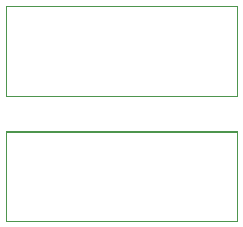
<source format=gm1>
G04*
G04 #@! TF.GenerationSoftware,Altium Limited,Altium Designer,21.6.4 (81)*
G04*
G04 Layer_Color=16711935*
%FSLAX25Y25*%
%MOIN*%
G70*
G04*
G04 #@! TF.SameCoordinates,D96B5EB0-5715-4667-86B1-06F83BB8B169*
G04*
G04*
G04 #@! TF.FilePolarity,Positive*
G04*
G01*
G75*
%ADD41C,0.00200*%
D41*
X80100Y96236D02*
X157069D01*
X80100Y126157D02*
X157069D01*
Y96236D02*
Y126157D01*
X80100Y96236D02*
Y126157D01*
X80020Y96358D02*
X156988D01*
X80020Y126279D02*
X156988D01*
Y96358D02*
Y126279D01*
X80020Y96358D02*
Y126279D01*
X80100Y54503D02*
X157069D01*
X80100Y84425D02*
X157069D01*
Y54503D02*
Y84425D01*
X80100Y54503D02*
Y84425D01*
X80020Y54626D02*
X156988D01*
X80020Y84547D02*
X156988D01*
Y54626D02*
Y84547D01*
X80020Y54626D02*
Y84547D01*
M02*

</source>
